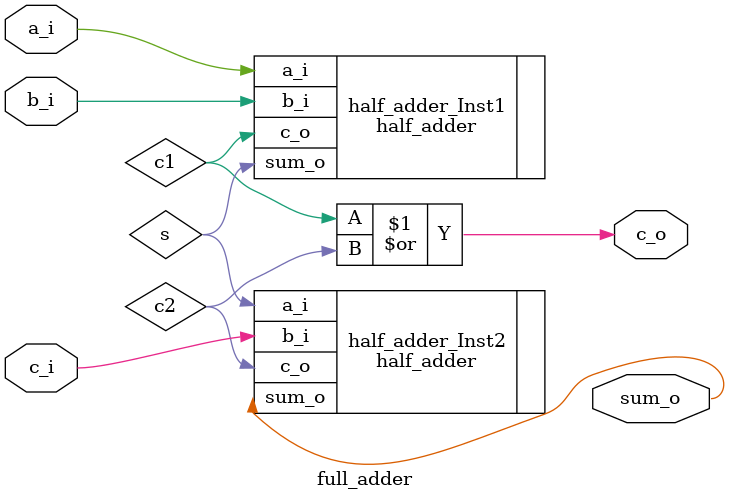
<source format=sv>
`timescale 1ns / 1ps


module full_adder(
	input  logic a_i,
	input  logic b_i,
	input  logic c_i,
	output logic c_o,
	output logic sum_o
    );
	
	logic c1;
	logic c2;
	logic s;
	
	half_adder half_adder_Inst1(
		.a_i  (a_i),
		.b_i  (b_i),
		.sum_o(s),
		.c_o  (c1)
	);
	
	half_adder half_adder_Inst2(
		.a_i  (s),
		.b_i  (c_i),
		.sum_o(sum_o),
		.c_o  (c2)
	);
	
	assign c_o = c1 | c2;
	
endmodule

</source>
